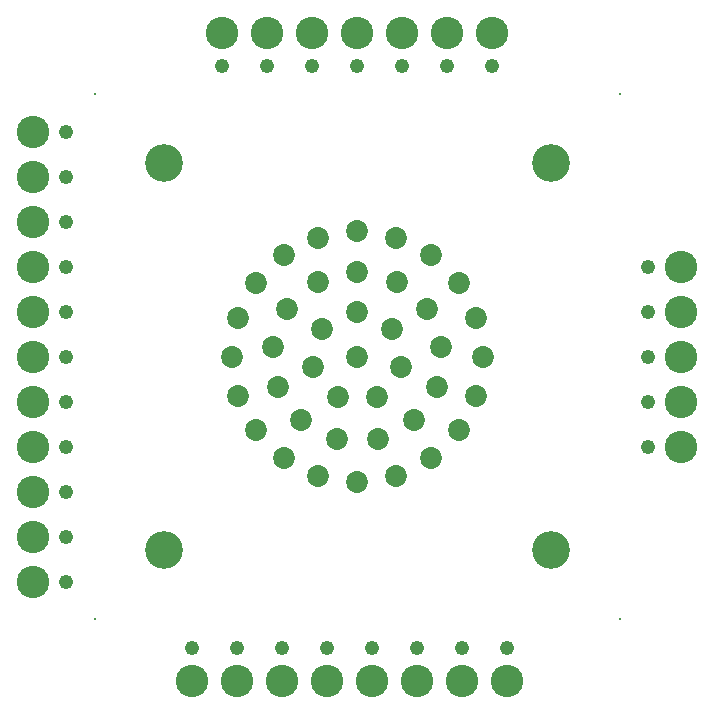
<source format=gbr>
G04 Layer_Color=16711935*
%FSLAX26Y26*%
%MOIN*%
%TF.FileFunction,Soldermask,Bot*%
%TF.Part,Single*%
G01*
G75*
%TA.AperFunction,ComponentPad*%
%ADD18C,0.126110*%
%ADD19C,0.073000*%
%TA.AperFunction,WasherPad*%
%ADD20C,0.008000*%
%TA.AperFunction,ComponentPad*%
%ADD21C,0.048000*%
%ADD22C,0.108000*%
D18*
X-644882Y-644882D02*
D03*
X644882D02*
D03*
Y644882D02*
D03*
X-644882D02*
D03*
D19*
X0Y0D02*
D03*
Y150000D02*
D03*
X-117274Y93525D02*
D03*
X-146240Y-33375D02*
D03*
X-65087Y-135143D02*
D03*
X65077Y-135148D02*
D03*
X146238Y-33385D02*
D03*
X117280Y93516D02*
D03*
X0Y283000D02*
D03*
X-131515Y250585D02*
D03*
X-232903Y160765D02*
D03*
X-280936Y34116D02*
D03*
X-264612Y-100347D02*
D03*
X-187669Y-211823D02*
D03*
X-67735Y-274774D02*
D03*
X67716Y-274779D02*
D03*
X187655Y-211837D02*
D03*
X264605Y-100366D02*
D03*
X280938Y34097D02*
D03*
X232914Y160749D02*
D03*
X131533Y250576D02*
D03*
X0Y418000D02*
D03*
X-129169Y397542D02*
D03*
X-245694Y338169D02*
D03*
X-338169Y245694D02*
D03*
X-397542Y129169D02*
D03*
X-418000Y0D02*
D03*
X-397542Y-129169D02*
D03*
X-338169Y-245694D02*
D03*
X-245694Y-338169D02*
D03*
X-129169Y-397542D02*
D03*
X0Y-418000D02*
D03*
X129169Y-397542D02*
D03*
X245694Y-338169D02*
D03*
X338169Y-245694D02*
D03*
X397542Y-129169D02*
D03*
X418000Y0D02*
D03*
X397542Y129169D02*
D03*
X338169Y245694D02*
D03*
X245694Y338169D02*
D03*
X129169Y397542D02*
D03*
D20*
X-875000Y875000D02*
D03*
X875000Y-875000D02*
D03*
X-875000D02*
D03*
X875000Y875000D02*
D03*
D21*
X50000Y-970000D02*
D03*
X-250000D02*
D03*
X-550000D02*
D03*
X200000D02*
D03*
X-100000D02*
D03*
X500000D02*
D03*
X-400000D02*
D03*
X350000D02*
D03*
X-970000Y300000D02*
D03*
Y-600000D02*
D03*
Y-300000D02*
D03*
Y0D02*
D03*
Y450000D02*
D03*
Y750000D02*
D03*
Y-750000D02*
D03*
Y-450000D02*
D03*
Y150000D02*
D03*
Y600000D02*
D03*
Y-150000D02*
D03*
X970000Y150000D02*
D03*
Y-150000D02*
D03*
Y-300000D02*
D03*
Y0D02*
D03*
Y300000D02*
D03*
X150000Y970000D02*
D03*
X-450000D02*
D03*
X-150000D02*
D03*
X0D02*
D03*
X-300000D02*
D03*
X300000D02*
D03*
X450000D02*
D03*
D22*
X50000Y-1080000D02*
D03*
X-250000D02*
D03*
X-550000D02*
D03*
X200000D02*
D03*
X-100000D02*
D03*
X500000D02*
D03*
X-400000D02*
D03*
X350000D02*
D03*
X-1080000Y300000D02*
D03*
Y-600000D02*
D03*
Y-300000D02*
D03*
Y0D02*
D03*
Y450000D02*
D03*
Y750000D02*
D03*
Y-750000D02*
D03*
Y-450000D02*
D03*
Y150000D02*
D03*
Y600000D02*
D03*
Y-150000D02*
D03*
X1080000Y150000D02*
D03*
Y-150000D02*
D03*
Y-300000D02*
D03*
Y0D02*
D03*
Y300000D02*
D03*
X150000Y1080000D02*
D03*
X-450000D02*
D03*
X-150000D02*
D03*
X0D02*
D03*
X-300000D02*
D03*
X300000D02*
D03*
X450000D02*
D03*
%TF.MD5,4a53b6d143d298f8ee63e1d341349875*%
M02*

</source>
